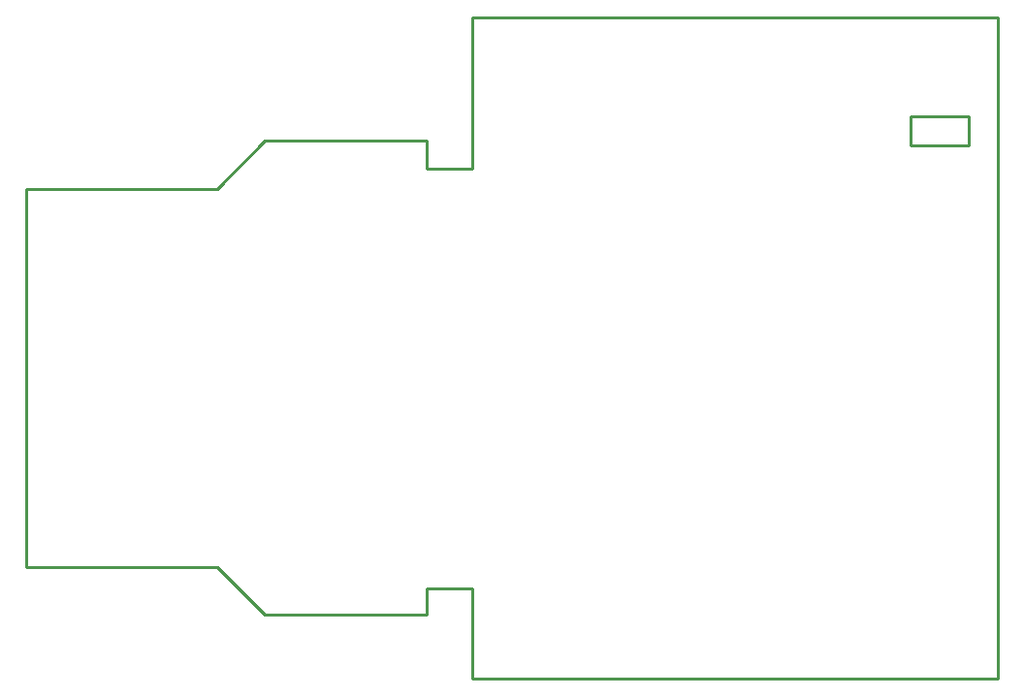
<source format=gbr>
G04 EAGLE Gerber RS-274X export*
G75*
%MOMM*%
%FSLAX34Y34*%
%LPD*%
%IN*%
%IPPOS*%
%AMOC8*
5,1,8,0,0,1.08239X$1,22.5*%
G01*
%ADD10C,0.254000*%


D10*
X2032Y76200D02*
X168910Y76200D01*
X210820Y34290D01*
X351790Y34290D01*
X351790Y57912D01*
X391414Y57912D01*
X391414Y-21510D01*
X850900Y-21510D01*
X850900Y556260D01*
X391414Y556260D01*
X391414Y424180D01*
X351790Y424180D01*
X351790Y448310D01*
X210820Y448310D01*
X168910Y406400D01*
X2032Y406400D01*
X2032Y76200D01*
X774525Y444090D02*
X825264Y444093D01*
X825371Y470207D01*
X774632Y470204D01*
X774525Y444090D01*
M02*

</source>
